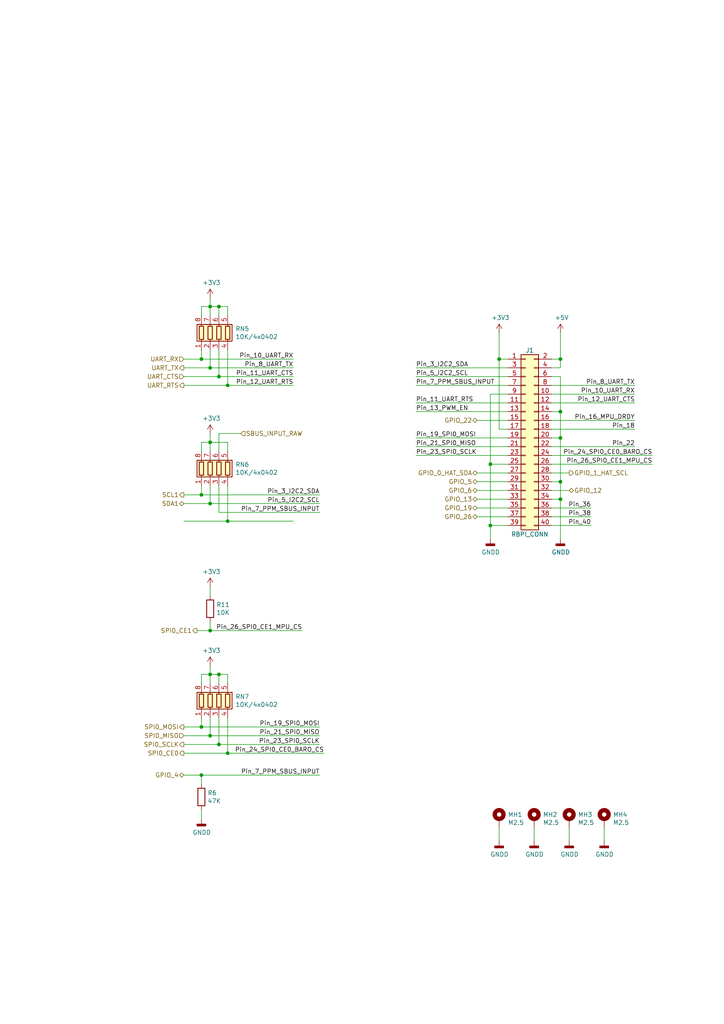
<source format=kicad_sch>
(kicad_sch (version 20211123) (generator eeschema)
  (paper "A4" portrait)
  (title_block (title "RasPi Zero NAV Hat") (date "2022-10-12") (rev "0.1") (company "chipiki.ru") (comment 1 "RasPi Zero NAV Hat") (comment 2 "Denis Tsekh"))
  (lib_symbols
    (symbol "Connector_Generic:Conn_02x20_Odd_Even" (pin_names (offset 1.016) hide)
      (property "Reference" "J" (at 1.27 25.4 0))
      (property "Value" "Conn_02x20_Odd_Even" (at 1.27 -27.94 0))
      (symbol "Conn_02x20_Odd_Even_1_1"
        (rectangle (start -1.27 -25.273) (end 0 -25.527) (stroke (width 0.1524)))
        (rectangle (start -1.27 -22.733) (end 0 -22.987) (stroke (width 0.1524)))
        (rectangle (start -1.27 -20.193) (end 0 -20.447) (stroke (width 0.1524)))
        (rectangle (start -1.27 -17.653) (end 0 -17.907) (stroke (width 0.1524)))
        (rectangle (start -1.27 -15.113) (end 0 -15.367) (stroke (width 0.1524)))
        (rectangle (start -1.27 -12.573) (end 0 -12.827) (stroke (width 0.1524)))
        (rectangle (start -1.27 -10.033) (end 0 -10.287) (stroke (width 0.1524)))
        (rectangle (start -1.27 -7.493) (end 0 -7.747) (stroke (width 0.1524)))
        (rectangle (start -1.27 -4.953) (end 0 -5.207) (stroke (width 0.1524)))
        (rectangle (start -1.27 -2.413) (end 0 -2.667) (stroke (width 0.1524)))
        (rectangle (start -1.27 0.127) (end 0 -0.127) (stroke (width 0.1524)))
        (rectangle (start -1.27 2.667) (end 0 2.413) (stroke (width 0.1524)))
        (rectangle (start -1.27 5.207) (end 0 4.953) (stroke (width 0.1524)))
        (rectangle (start -1.27 7.747) (end 0 7.493) (stroke (width 0.1524)))
        (rectangle (start -1.27 10.287) (end 0 10.033) (stroke (width 0.1524)))
        (rectangle (start -1.27 12.827) (end 0 12.573) (stroke (width 0.1524)))
        (rectangle (start -1.27 15.367) (end 0 15.113) (stroke (width 0.1524)))
        (rectangle (start -1.27 17.907) (end 0 17.653) (stroke (width 0.1524)))
        (rectangle (start -1.27 20.447) (end 0 20.193) (stroke (width 0.1524)))
        (rectangle (start -1.27 22.987) (end 0 22.733) (stroke (width 0.1524)))
        (rectangle (start -1.27 24.13) (end 3.81 -26.67) (stroke (width 0.254)) (fill (type background)))
        (rectangle (start 3.81 -25.273) (end 2.54 -25.527) (stroke (width 0.1524)))
        (rectangle (start 3.81 -22.733) (end 2.54 -22.987) (stroke (width 0.1524)))
        (rectangle (start 3.81 -20.193) (end 2.54 -20.447) (stroke (width 0.1524)))
        (rectangle (start 3.81 -17.653) (end 2.54 -17.907) (stroke (width 0.1524)))
        (rectangle (start 3.81 -15.113) (end 2.54 -15.367) (stroke (width 0.1524)))
        (rectangle (start 3.81 -12.573) (end 2.54 -12.827) (stroke (width 0.1524)))
        (rectangle (start 3.81 -10.033) (end 2.54 -10.287) (stroke (width 0.1524)))
        (rectangle (start 3.81 -7.493) (end 2.54 -7.747) (stroke (width 0.1524)))
        (rectangle (start 3.81 -4.953) (end 2.54 -5.207) (stroke (width 0.1524)))
        (rectangle (start 3.81 -2.413) (end 2.54 -2.667) (stroke (width 0.1524)))
        (rectangle (start 3.81 0.127) (end 2.54 -0.127) (stroke (width 0.1524)))
        (rectangle (start 3.81 2.667) (end 2.54 2.413) (stroke (width 0.1524)))
        (rectangle (start 3.81 5.207) (end 2.54 4.953) (stroke (width 0.1524)))
        (rectangle (start 3.81 7.747) (end 2.54 7.493) (stroke (width 0.1524)))
        (rectangle (start 3.81 10.287) (end 2.54 10.033) (stroke (width 0.1524)))
        (rectangle (start 3.81 12.827) (end 2.54 12.573) (stroke (width 0.1524)))
        (rectangle (start 3.81 15.367) (end 2.54 15.113) (stroke (width 0.1524)))
        (rectangle (start 3.81 17.907) (end 2.54 17.653) (stroke (width 0.1524)))
        (rectangle (start 3.81 20.447) (end 2.54 20.193) (stroke (width 0.1524)))
        (rectangle (start 3.81 22.987) (end 2.54 22.733) (stroke (width 0.1524)))
        (pin passive line (at -5.08 22.86 0) (length 3.81) (name "Pin_1") (number "1"))
        (pin passive line (at 7.62 12.7 180) (length 3.81) (name "Pin_10") (number "10"))
        (pin passive line (at -5.08 10.16 0) (length 3.81) (name "Pin_11") (number "11"))
        (pin passive line (at 7.62 10.16 180) (length 3.81) (name "Pin_12") (number "12"))
        (pin passive line (at -5.08 7.62 0) (length 3.81) (name "Pin_13") (number "13"))
        (pin passive line (at 7.62 7.62 180) (length 3.81) (name "Pin_14") (number "14"))
        (pin passive line (at -5.08 5.08 0) (length 3.81) (name "Pin_15") (number "15"))
        (pin passive line (at 7.62 5.08 180) (length 3.81) (name "Pin_16") (number "16"))
        (pin passive line (at -5.08 2.54 0) (length 3.81) (name "Pin_17") (number "17"))
        (pin passive line (at 7.62 2.54 180) (length 3.81) (name "Pin_18") (number "18"))
        (pin passive line (at -5.08 0 0) (length 3.81) (name "Pin_19") (number "19"))
        (pin passive line (at 7.62 22.86 180) (length 3.81) (name "Pin_2") (number "2"))
        (pin passive line (at 7.62 0 180) (length 3.81) (name "Pin_20") (number "20"))
        (pin passive line (at -5.08 -2.54 0) (length 3.81) (name "Pin_21") (number "21"))
        (pin passive line (at 7.62 -2.54 180) (length 3.81) (name "Pin_22") (number "22"))
        (pin passive line (at -5.08 -5.08 0) (length 3.81) (name "Pin_23") (number "23"))
        (pin passive line (at 7.62 -5.08 180) (length 3.81) (name "Pin_24") (number "24"))
        (pin passive line (at -5.08 -7.62 0) (length 3.81) (name "Pin_25") (number "25"))
        (pin passive line (at 7.62 -7.62 180) (length 3.81) (name "Pin_26") (number "26"))
        (pin passive line (at -5.08 -10.16 0) (length 3.81) (name "Pin_27") (number "27"))
        (pin passive line (at 7.62 -10.16 180) (length 3.81) (name "Pin_28") (number "28"))
        (pin passive line (at -5.08 -12.7 0) (length 3.81) (name "Pin_29") (number "29"))
        (pin passive line (at -5.08 20.32 0) (length 3.81) (name "Pin_3") (number "3"))
        (pin passive line (at 7.62 -12.7 180) (length 3.81) (name "Pin_30") (number "30"))
        (pin passive line (at -5.08 -15.24 0) (length 3.81) (name "Pin_31") (number "31"))
        (pin passive line (at 7.62 -15.24 180) (length 3.81) (name "Pin_32") (number "32"))
        (pin passive line (at -5.08 -17.78 0) (length 3.81) (name "Pin_33") (number "33"))
        (pin passive line (at 7.62 -17.78 180) (length 3.81) (name "Pin_34") (number "34"))
        (pin passive line (at -5.08 -20.32 0) (length 3.81) (name "Pin_35") (number "35"))
        (pin passive line (at 7.62 -20.32 180) (length 3.81) (name "Pin_36") (number "36"))
        (pin passive line (at -5.08 -22.86 0) (length 3.81) (name "Pin_37") (number "37"))
        (pin passive line (at 7.62 -22.86 180) (length 3.81) (name "Pin_38") (number "38"))
        (pin passive line (at -5.08 -25.4 0) (length 3.81) (name "Pin_39") (number "39"))
        (pin passive line (at 7.62 20.32 180) (length 3.81) (name "Pin_4") (number "4"))
        (pin passive line (at 7.62 -25.4 180) (length 3.81) (name "Pin_40") (number "40"))
        (pin passive line (at -5.08 17.78 0) (length 3.81) (name "Pin_5") (number "5"))
        (pin passive line (at 7.62 17.78 180) (length 3.81) (name "Pin_6") (number "6"))
        (pin passive line (at -5.08 15.24 0) (length 3.81) (name "Pin_7") (number "7"))
        (pin passive line (at 7.62 15.24 180) (length 3.81) (name "Pin_8") (number "8"))
        (pin passive line (at -5.08 12.7 0) (length 3.81) (name "Pin_9") (number "9"))
      )
    )
    (symbol "Device:R" (pin_numbers hide) (pin_names (offset 0))
      (property "Reference" "R" (at 2.032 0 90))
      (property "Value" "R" (at 0 0 90))
      (symbol "R_0_1"
        (rectangle (start -1.016 -2.54) (end 1.016 2.54) (stroke (width 0.254)))
      )
      (symbol "R_1_1"
        (pin passive line (at 0 3.81 270) (length 1.27) (name "~") (number "1"))
        (pin passive line (at 0 -3.81 90) (length 1.27) (name "~") (number "2"))
      )
    )
    (symbol "Device:R_Pack04" (pin_names (offset 0) hide)
      (property "Reference" "RN" (at -7.62 0 90))
      (property "Value" "R_Pack04" (at 5.08 0 90))
      (symbol "R_Pack04_0_1"
        (rectangle (start -6.35 -2.413) (end 3.81 2.413) (stroke (width 0.254)) (fill (type background)))
        (rectangle (start -5.715 1.905) (end -4.445 -1.905) (stroke (width 0.254)))
        (rectangle (start -3.175 1.905) (end -1.905 -1.905) (stroke (width 0.254)))
        (rectangle (start -0.635 1.905) (end 0.635 -1.905) (stroke (width 0.254)))
        (polyline (pts (xy -5.08 -2.54) (xy -5.08 -1.905)))
        (polyline (pts (xy -5.08 1.905) (xy -5.08 2.54)))
        (polyline (pts (xy -2.54 -2.54) (xy -2.54 -1.905)))
        (polyline (pts (xy -2.54 1.905) (xy -2.54 2.54)))
        (polyline (pts (xy 0 -2.54) (xy 0 -1.905)))
        (polyline (pts (xy 0 1.905) (xy 0 2.54)))
        (polyline (pts (xy 2.54 -2.54) (xy 2.54 -1.905)))
        (polyline (pts (xy 2.54 1.905) (xy 2.54 2.54)))
        (rectangle (start 1.905 1.905) (end 3.175 -1.905) (stroke (width 0.254)))
      )
      (symbol "R_Pack04_1_1"
        (pin passive line (at -5.08 -5.08 90) (length 2.54) (name "R1.1") (number "1"))
        (pin passive line (at -2.54 -5.08 90) (length 2.54) (name "R2.1") (number "2"))
        (pin passive line (at 0 -5.08 90) (length 2.54) (name "R3.1") (number "3"))
        (pin passive line (at 2.54 -5.08 90) (length 2.54) (name "R4.1") (number "4"))
        (pin passive line (at 2.54 5.08 270) (length 2.54) (name "R4.2") (number "5"))
        (pin passive line (at 0 5.08 270) (length 2.54) (name "R3.2") (number "6"))
        (pin passive line (at -2.54 5.08 270) (length 2.54) (name "R2.2") (number "7"))
        (pin passive line (at -5.08 5.08 270) (length 2.54) (name "R1.2") (number "8"))
      )
    )
    (symbol "Mechanical:MountingHole_Pad" (pin_numbers hide) (pin_names (offset 1.016) hide)
      (property "Reference" "H" (at 0 6.35 0))
      (property "Value" "MountingHole_Pad" (at 0 4.445 0))
      (symbol "MountingHole_Pad_0_1"
        (circle (center 0 1.27) (radius 1.27) (stroke (width 1.27)))
      )
      (symbol "MountingHole_Pad_1_1"
        (pin input line (at 0 -2.54 90) (length 2.54) (name "1") (number "1"))
      )
    )
    (symbol "power:+5V" (power) (pin_names (offset 0))
      (property "Value" "+5V" (at 0 3.556 0))
      (symbol "+5V_0_1"
        (polyline (pts (xy -0.762 1.27) (xy 0 2.54)))
        (polyline (pts (xy 0 0) (xy 0 2.54)))
        (polyline (pts (xy 0 2.54) (xy 0.762 1.27)))
      )
      (symbol "+5V_1_1"
        (pin power_in line (at 0 0 90) (length 0) hide (name "+5V") (number "1"))
      )
    )
    (symbol "power:GNDD" (power) (pin_names (offset 0))
      (property "Value" "GNDD" (at 0 -3.175 0))
      (symbol "GNDD_0_1"
        (rectangle (start -1.27 -1.524) (end 1.27 -2.032) (stroke (width 0.254)) (fill (type outline)))
        (polyline (pts (xy 0 0) (xy 0 -1.524)))
      )
      (symbol "GNDD_1_1"
        (pin power_in line (at 0 0 270) (length 0) hide (name "GNDD") (number "1"))
      )
    )
    (symbol "rbpi-z-hat-rescue:+3.3V-power" (power) (pin_names (offset 0))
      (property "Value" "+3.3V-power" (at 0 3.556 0))
      (symbol "+3.3V-power_0_1"
        (polyline (pts (xy -0.762 1.27) (xy 0 2.54)))
        (polyline (pts (xy 0 0) (xy 0 2.54)))
        (polyline (pts (xy 0 2.54) (xy 0.762 1.27)))
      )
      (symbol "+3.3V-power_1_1"
        (pin power_in line (at 0 0 90) (length 0) hide (name "+3V3") (number "1"))
      )
    )
  )
  (junction (at 162.56 119.38))
  (junction (at 66.04 111.76))
  (junction (at 63.5 195.58))
  (junction (at 58.42 224.79))
  (junction (at 63.5 215.9))
  (junction (at 162.56 104.14))
  (junction (at 66.04 151.13))
  (junction (at 63.5 109.22))
  (junction (at 66.04 218.44))
  (junction (at 162.56 144.78))
  (junction (at 60.96 88.9))
  (junction (at 60.96 195.58))
  (junction (at 60.96 128.27))
  (junction (at 162.56 127))
  (junction (at 60.96 182.88))
  (junction (at 142.24 134.62))
  (junction (at 60.96 106.68))
  (junction (at 58.42 143.51))
  (junction (at 63.5 88.9))
  (junction (at 60.96 146.05))
  (junction (at 58.42 104.14))
  (junction (at 60.96 213.36))
  (junction (at 142.24 152.4))
  (junction (at 58.42 210.82))
  (junction (at 162.56 139.7))
  (junction (at 144.78 104.14))
  (wire (pts (xy 60.96 180.34) (xy 60.96 182.88)))
  (wire (pts (xy 58.42 234.95) (xy 58.42 237.49)))
  (wire (pts (xy 60.96 101.6) (xy 60.96 106.68)))
  (wire (pts (xy 53.34 213.36) (xy 60.96 213.36)))
  (wire (pts (xy 162.56 104.14) (xy 162.56 96.52)))
  (wire (pts (xy 60.96 88.9) (xy 63.5 88.9)))
  (wire (pts (xy 60.96 91.44) (xy 60.96 88.9)))
  (wire (pts (xy 160.02 149.86) (xy 171.45 149.86)))
  (wire (pts (xy 142.24 152.4) (xy 142.24 156.21)))
  (wire (pts (xy 63.5 198.12) (xy 63.5 195.58)))
  (wire (pts (xy 144.78 124.46) (xy 147.32 124.46)))
  (wire (pts (xy 165.1 240.03) (xy 165.1 243.84)))
  (wire (pts (xy 60.96 130.81) (xy 60.96 128.27)))
  (wire (pts (xy 58.42 227.33) (xy 58.42 224.79)))
  (wire (pts (xy 162.56 144.78) (xy 160.02 144.78)))
  (wire (pts (xy 60.96 182.88) (xy 87.63 182.88)))
  (wire (pts (xy 142.24 152.4) (xy 147.32 152.4)))
  (wire (pts (xy 120.65 116.84) (xy 147.32 116.84)))
  (wire (pts (xy 53.34 106.68) (xy 60.96 106.68)))
  (wire (pts (xy 58.42 104.14) (xy 85.09 104.14)))
  (wire (pts (xy 142.24 134.62) (xy 147.32 134.62)))
  (wire (pts (xy 160.02 137.16) (xy 165.1 137.16)))
  (wire (pts (xy 60.96 198.12) (xy 60.96 195.58)))
  (wire (pts (xy 138.43 147.32) (xy 147.32 147.32)))
  (wire (pts (xy 57.15 182.88) (xy 60.96 182.88)))
  (wire (pts (xy 66.04 88.9) (xy 66.04 91.44)))
  (wire (pts (xy 66.04 111.76) (xy 85.09 111.76)))
  (wire (pts (xy 162.56 119.38) (xy 162.56 127)))
  (wire (pts (xy 58.42 101.6) (xy 58.42 104.14)))
  (wire (pts (xy 160.02 134.62) (xy 189.23 134.62)))
  (wire (pts (xy 63.5 195.58) (xy 66.04 195.58)))
  (wire (pts (xy 58.42 128.27) (xy 60.96 128.27)))
  (wire (pts (xy 53.34 224.79) (xy 58.42 224.79)))
  (wire (pts (xy 160.02 152.4) (xy 171.45 152.4)))
  (wire (pts (xy 58.42 88.9) (xy 60.96 88.9)))
  (wire (pts (xy 160.02 147.32) (xy 171.45 147.32)))
  (wire (pts (xy 58.42 91.44) (xy 58.42 88.9)))
  (wire (pts (xy 138.43 137.16) (xy 147.32 137.16)))
  (wire (pts (xy 60.96 128.27) (xy 66.04 128.27)))
  (wire (pts (xy 60.96 146.05) (xy 53.34 146.05)))
  (wire (pts (xy 58.42 210.82) (xy 53.34 210.82)))
  (wire (pts (xy 58.42 195.58) (xy 60.96 195.58)))
  (wire (pts (xy 147.32 129.54) (xy 120.65 129.54)))
  (wire (pts (xy 66.04 151.13) (xy 85.09 151.13)))
  (wire (pts (xy 120.65 119.38) (xy 147.32 119.38)))
  (wire (pts (xy 184.15 116.84) (xy 160.02 116.84)))
  (wire (pts (xy 160.02 119.38) (xy 162.56 119.38)))
  (wire (pts (xy 147.32 127) (xy 120.65 127)))
  (wire (pts (xy 138.43 142.24) (xy 147.32 142.24)))
  (wire (pts (xy 162.56 104.14) (xy 160.02 104.14)))
  (wire (pts (xy 162.56 119.38) (xy 162.56 109.22)))
  (wire (pts (xy 162.56 127) (xy 162.56 139.7)))
  (wire (pts (xy 66.04 208.28) (xy 66.04 218.44)))
  (wire (pts (xy 63.5 130.81) (xy 63.5 125.73)))
  (wire (pts (xy 147.32 109.22) (xy 120.65 109.22)))
  (wire (pts (xy 138.43 121.92) (xy 147.32 121.92)))
  (wire (pts (xy 60.96 195.58) (xy 63.5 195.58)))
  (wire (pts (xy 160.02 106.68) (xy 162.56 106.68)))
  (wire (pts (xy 63.5 215.9) (xy 92.71 215.9)))
  (wire (pts (xy 162.56 139.7) (xy 162.56 144.78)))
  (wire (pts (xy 92.71 148.59) (xy 63.5 148.59)))
  (wire (pts (xy 63.5 91.44) (xy 63.5 88.9)))
  (wire (pts (xy 184.15 124.46) (xy 160.02 124.46)))
  (wire (pts (xy 63.5 140.97) (xy 63.5 148.59)))
  (wire (pts (xy 162.56 139.7) (xy 160.02 139.7)))
  (wire (pts (xy 58.42 130.81) (xy 58.42 128.27)))
  (wire (pts (xy 63.5 101.6) (xy 63.5 109.22)))
  (wire (pts (xy 58.42 210.82) (xy 92.71 210.82)))
  (wire (pts (xy 66.04 101.6) (xy 66.04 111.76)))
  (wire (pts (xy 60.96 88.9) (xy 60.96 86.36)))
  (wire (pts (xy 147.32 114.3) (xy 142.24 114.3)))
  (wire (pts (xy 53.34 218.44) (xy 66.04 218.44)))
  (wire (pts (xy 154.94 240.03) (xy 154.94 243.84)))
  (wire (pts (xy 138.43 144.78) (xy 147.32 144.78)))
  (wire (pts (xy 60.96 213.36) (xy 92.71 213.36)))
  (wire (pts (xy 63.5 109.22) (xy 85.09 109.22)))
  (wire (pts (xy 66.04 140.97) (xy 66.04 151.13)))
  (wire (pts (xy 53.34 104.14) (xy 58.42 104.14)))
  (wire (pts (xy 60.96 128.27) (xy 60.96 125.73)))
  (wire (pts (xy 160.02 111.76) (xy 184.15 111.76)))
  (wire (pts (xy 63.5 208.28) (xy 63.5 215.9)))
  (wire (pts (xy 53.34 111.76) (xy 66.04 111.76)))
  (wire (pts (xy 144.78 104.14) (xy 144.78 124.46)))
  (wire (pts (xy 58.42 224.79) (xy 92.71 224.79)))
  (wire (pts (xy 160.02 129.54) (xy 184.15 129.54)))
  (wire (pts (xy 162.56 109.22) (xy 160.02 109.22)))
  (wire (pts (xy 60.96 140.97) (xy 60.96 146.05)))
  (wire (pts (xy 162.56 106.68) (xy 162.56 104.14)))
  (wire (pts (xy 147.32 106.68) (xy 120.65 106.68)))
  (wire (pts (xy 58.42 140.97) (xy 58.42 143.51)))
  (wire (pts (xy 53.34 109.22) (xy 63.5 109.22)))
  (wire (pts (xy 147.32 104.14) (xy 144.78 104.14)))
  (wire (pts (xy 160.02 114.3) (xy 184.15 114.3)))
  (wire (pts (xy 147.32 132.08) (xy 120.65 132.08)))
  (wire (pts (xy 63.5 125.73) (xy 69.85 125.73)))
  (wire (pts (xy 160.02 121.92) (xy 184.15 121.92)))
  (wire (pts (xy 60.96 106.68) (xy 85.09 106.68)))
  (wire (pts (xy 66.04 218.44) (xy 93.98 218.44)))
  (wire (pts (xy 92.71 143.51) (xy 58.42 143.51)))
  (wire (pts (xy 189.23 132.08) (xy 160.02 132.08)))
  (wire (pts (xy 60.96 195.58) (xy 60.96 193.04)))
  (wire (pts (xy 142.24 114.3) (xy 142.24 134.62)))
  (wire (pts (xy 53.34 151.13) (xy 66.04 151.13)))
  (wire (pts (xy 162.56 127) (xy 160.02 127)))
  (wire (pts (xy 175.26 240.03) (xy 175.26 243.84)))
  (wire (pts (xy 58.42 143.51) (xy 53.34 143.51)))
  (wire (pts (xy 58.42 198.12) (xy 58.42 195.58)))
  (wire (pts (xy 144.78 104.14) (xy 144.78 96.52)))
  (wire (pts (xy 58.42 208.28) (xy 58.42 210.82)))
  (wire (pts (xy 138.43 149.86) (xy 147.32 149.86)))
  (wire (pts (xy 144.78 240.03) (xy 144.78 243.84)))
  (wire (pts (xy 92.71 146.05) (xy 60.96 146.05)))
  (wire (pts (xy 66.04 195.58) (xy 66.04 198.12)))
  (wire (pts (xy 60.96 208.28) (xy 60.96 213.36)))
  (wire (pts (xy 63.5 88.9) (xy 66.04 88.9)))
  (wire (pts (xy 142.24 134.62) (xy 142.24 152.4)))
  (wire (pts (xy 53.34 215.9) (xy 63.5 215.9)))
  (wire (pts (xy 60.96 170.18) (xy 60.96 172.72)))
  (wire (pts (xy 66.04 128.27) (xy 66.04 130.81)))
  (wire (pts (xy 160.02 142.24) (xy 165.1 142.24)))
  (wire (pts (xy 162.56 144.78) (xy 162.56 156.21)))
  (wire (pts (xy 120.65 111.76) (xy 147.32 111.76)))
  (wire (pts (xy 138.43 139.7) (xy 147.32 139.7)))
  (label "Pin_38" (at 171.45 149.86 180))
  (label "Pin_5_I2C2_SCL" (at 120.65 109.22 0))
  (label "Pin_22" (at 184.15 129.54 180))
  (label "Pin_11_UART_CTS" (at 85.09 109.22 180))
  (label "Pin_7_PPM_SBUS_INPUT" (at 120.65 111.76 0))
  (label "Pin_23_SPI0_SCLK" (at 92.71 215.9 180))
  (label "Pin_19_SPI0_MOSI" (at 92.71 210.82 180))
  (label "Pin_10_UART_RX" (at 184.15 114.3 180))
  (label "Pin_24_SPI0_CE0_BARO_CS" (at 93.98 218.44 180))
  (label "Pin_19_SPI0_MOSI" (at 120.65 127 0))
  (label "Pin_26_SPI0_CE1_MPU_CS" (at 87.63 182.88 180))
  (label "Pin_12_UART_RTS" (at 85.09 111.76 180))
  (label "Pin_7_PPM_SBUS_INPUT" (at 92.71 224.79 180))
  (label "Pin_8_UART_TX" (at 184.15 111.76 180))
  (label "Pin_16_MPU_DRDY" (at 184.15 121.92 180))
  (label "Pin_10_UART_RX" (at 85.09 104.14 180))
  (label "Pin_21_SPI0_MISO" (at 92.71 213.36 180))
  (label "Pin_40" (at 171.45 152.4 180))
  (label "Pin_3_I2C2_SDA" (at 120.65 106.68 0))
  (label "Pin_3_I2C2_SDA" (at 92.71 143.51 180))
  (label "Pin_24_SPI0_CE0_BARO_CS" (at 189.23 132.08 180))
  (label "Pin_8_UART_TX" (at 85.09 106.68 180))
  (label "Pin_5_I2C2_SCL" (at 92.71 146.05 180))
  (label "Pin_13_PWM_EN" (at 120.65 119.38 0))
  (label "Pin_26_SPI0_CE1_MPU_CS" (at 189.23 134.62 180))
  (label "Pin_18" (at 184.15 124.46 180))
  (label "Pin_21_SPI0_MISO" (at 120.65 129.54 0))
  (label "Pin_36" (at 171.45 147.32 180))
  (label "Pin_11_UART_RTS" (at 120.65 116.84 0))
  (label "Pin_12_UART_CTS" (at 184.15 116.84 180))
  (label "Pin_23_SPI0_SCLK" (at 120.65 132.08 0))
  (label "Pin_7_PPM_SBUS_INPUT" (at 92.71 148.59 180))
  (hierarchical_label "SPI0_CE0" (shape output) (at 53.34 218.44 180))
  (hierarchical_label "SDA1" (shape bidirectional) (at 53.34 146.05 180))
  (hierarchical_label "GPIO_13" (shape tri_state) (at 138.43 144.78 180))
  (hierarchical_label "GPIO_19" (shape tri_state) (at 138.43 147.32 180))
  (hierarchical_label "GPIO_26" (shape tri_state) (at 138.43 149.86 180))
  (hierarchical_label "GPIO_0_HAT_SDA" (shape bidirectional) (at 138.43 137.16 180))
  (hierarchical_label "UART_RTS" (shape output) (at 53.34 111.76 180))
  (hierarchical_label "GPIO_12" (shape tri_state) (at 165.1 142.24 0))
  (hierarchical_label "SPI0_MISO" (shape input) (at 53.34 213.36 180))
  (hierarchical_label "SBUS_INPUT_RAW" (shape input) (at 69.85 125.73 0))
  (hierarchical_label "GPIO_1_HAT_SCL" (shape output) (at 165.1 137.16 0))
  (hierarchical_label "UART_TX" (shape output) (at 53.34 106.68 180))
  (hierarchical_label "UART_CTS" (shape input) (at 53.34 109.22 180))
  (hierarchical_label "GPIO_5" (shape tri_state) (at 138.43 139.7 180))
  (hierarchical_label "GPIO_4" (shape tri_state) (at 53.34 224.79 180))
  (hierarchical_label "SCL1" (shape output) (at 53.34 143.51 180))
  (hierarchical_label "SPI0_SCLK" (shape output) (at 53.34 215.9 180))
  (hierarchical_label "GPIO_6" (shape tri_state) (at 138.43 142.24 180))
  (hierarchical_label "SPI0_MOSI" (shape output) (at 53.34 210.82 180))
  (hierarchical_label "SPI0_CE1" (shape output) (at 57.15 182.88 180))
  (hierarchical_label "UART_RX" (shape input) (at 53.34 104.14 180))
  (hierarchical_label "GPIO_22" (shape tri_state) (at 138.43 121.92 180))
  (symbol (lib_id "rbpi-z-hat-rescue:+3.3V-power") (at 144.78 96.52 0) (unit 1)
    (property "Reference" "#PWR0112" (effects hide))
    (property "Value" "+3.3V" (at 145.161 92.1258 0))
  )
  (symbol (lib_id "power:+5V") (at 162.56 96.52 0) (unit 1)
    (property "Reference" "#PWR0113" (effects hide))
    (property "Value" "+5V" (at 162.941 92.1258 0))
  )
  (symbol (lib_id "power:GNDD") (at 142.24 156.21 0) (unit 1)
    (property "Reference" "#PWR0114" (effects hide))
    (property "Value" "GNDD" (at 142.3416 160.147 0))
  )
  (symbol (lib_id "power:GNDD") (at 162.56 156.21 0) (unit 1)
    (property "Reference" "#PWR0115" (effects hide))
    (property "Value" "GNDD" (at 162.6616 160.147 0))
  )
  (symbol (lib_id "Connector_Generic:Conn_02x20_Odd_Even") (at 152.4 127 0) (unit 1)
    (property "Reference" "J1" (at 153.67 101.6 0))
    (property "Value" "RBPI_CONN" (at 153.67 154.94 0))
    (property "Footprint" "Connector_PinSocket_2.54mm:PinSocket_2x20_P2.54mm_Vertical" (effects hide))
  )
  (symbol (lib_id "rbpi-z-hat-rescue:+3.3V-power") (at 60.96 86.36 0) (unit 1)
    (property "Reference" "#PWR0116" (effects hide))
    (property "Value" "+3.3V" (at 61.341 81.9658 0))
  )
  (symbol (lib_id "Device:R") (at 58.42 231.14 0) (unit 1)
    (property "Reference" "R6" (at 60.198 229.9716 0) (effects (justify left)))
    (property "Value" "47K" (at 60.198 232.283 0) (effects (justify left)))
    (property "Footprint" "Resistor_SMD:R_0603_1608Metric" (effects hide))
  )
  (symbol (lib_id "power:GNDD") (at 58.42 237.49 0) (unit 1)
    (property "Reference" "#PWR0117" (effects hide))
    (property "Value" "GNDD" (at 58.5216 241.427 0))
  )
  (symbol (lib_id "Device:R_Pack04") (at 63.5 96.52 0) (unit 1)
    (property "Reference" "RN5" (at 68.2752 95.3516 0) (effects (justify left)))
    (property "Value" "10K/4x0402" (at 68.2752 97.663 0) (effects (justify left)))
    (property "Footprint" "Resistor_SMD:R_Array_Convex_4x0402" (effects hide))
  )
  (symbol (lib_id "rbpi-z-hat-rescue:+3.3V-power") (at 60.96 125.73 0) (unit 1)
    (property "Reference" "#PWR0118" (effects hide))
    (property "Value" "+3.3V" (at 61.341 121.3358 0))
  )
  (symbol (lib_id "Device:R_Pack04") (at 63.5 135.89 0) (unit 1)
    (property "Reference" "RN6" (at 68.2752 134.7216 0) (effects (justify left)))
    (property "Value" "10K/4x0402" (at 68.2752 137.033 0) (effects (justify left)))
    (property "Footprint" "Resistor_SMD:R_Array_Convex_4x0402" (effects hide))
  )
  (symbol (lib_id "rbpi-z-hat-rescue:+3.3V-power") (at 60.96 193.04 0) (unit 1)
    (property "Reference" "#PWR0119" (effects hide))
    (property "Value" "+3.3V" (at 61.341 188.6458 0))
  )
  (symbol (lib_id "Device:R_Pack04") (at 63.5 203.2 0) (unit 1)
    (property "Reference" "RN7" (at 68.2752 202.0316 0) (effects (justify left)))
    (property "Value" "10K/4x0402" (at 68.2752 204.343 0) (effects (justify left)))
    (property "Footprint" "Resistor_SMD:R_Array_Convex_4x0402" (effects hide))
  )
  (symbol (lib_id "Mechanical:MountingHole_Pad") (at 144.78 237.49 0) (unit 1)
    (property "Reference" "MH1" (at 147.32 236.2454 0) (effects (justify left)))
    (property "Value" "M2.5" (at 147.32 238.5568 0) (effects (justify left)))
    (property "Footprint" "MountingHole:MountingHole_2.7mm_M2.5_Pad_Via" (effects hide))
  )
  (symbol (lib_id "Mechanical:MountingHole_Pad") (at 154.94 237.49 0) (unit 1)
    (property "Reference" "MH2" (at 157.48 236.2454 0) (effects (justify left)))
    (property "Value" "M2.5" (at 157.48 238.5568 0) (effects (justify left)))
    (property "Footprint" "MountingHole:MountingHole_2.7mm_M2.5_Pad_Via" (effects hide))
  )
  (symbol (lib_id "Mechanical:MountingHole_Pad") (at 165.1 237.49 0) (unit 1)
    (property "Reference" "MH3" (at 167.64 236.2454 0) (effects (justify left)))
    (property "Value" "M2.5" (at 167.64 238.5568 0) (effects (justify left)))
    (property "Footprint" "MountingHole:MountingHole_2.7mm_M2.5_Pad_Via" (effects hide))
  )
  (symbol (lib_id "Mechanical:MountingHole_Pad") (at 175.26 237.49 0) (unit 1)
    (property "Reference" "MH4" (at 177.8 236.2454 0) (effects (justify left)))
    (property "Value" "M2.5" (at 177.8 238.5568 0) (effects (justify left)))
    (property "Footprint" "MountingHole:MountingHole_2.7mm_M2.5_Pad_Via" (effects hide))
  )
  (symbol (lib_id "power:GNDD") (at 175.26 243.84 0) (unit 1)
    (property "Reference" "#PWR0120" (effects hide))
    (property "Value" "GNDD" (at 175.3616 247.777 0))
  )
  (symbol (lib_id "power:GNDD") (at 165.1 243.84 0) (unit 1)
    (property "Reference" "#PWR0121" (effects hide))
    (property "Value" "GNDD" (at 165.2016 247.777 0))
  )
  (symbol (lib_id "power:GNDD") (at 154.94 243.84 0) (unit 1)
    (property "Reference" "#PWR0122" (effects hide))
    (property "Value" "GNDD" (at 155.0416 247.777 0))
  )
  (symbol (lib_id "power:GNDD") (at 144.78 243.84 0) (unit 1)
    (property "Reference" "#PWR0123" (effects hide))
    (property "Value" "GNDD" (at 144.8816 247.777 0))
  )
  (symbol (lib_id "Device:R") (at 60.96 176.53 0) (unit 1)
    (property "Reference" "R11" (at 62.738 175.3616 0) (effects (justify left)))
    (property "Value" "10K" (at 62.738 177.673 0) (effects (justify left)))
    (property "Footprint" "Resistor_SMD:R_0603_1608Metric" (effects hide))
  )
  (symbol (lib_id "rbpi-z-hat-rescue:+3.3V-power") (at 60.96 170.18 0) (unit 1)
    (property "Reference" "#PWR0152" (effects hide))
    (property "Value" "+3.3V" (at 61.341 165.7858 0))
  )
)
</source>
